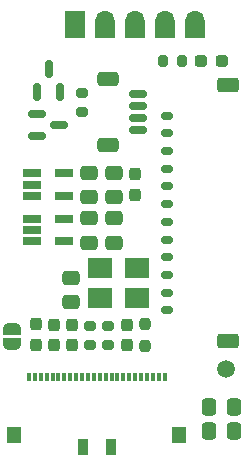
<source format=gbr>
%TF.GenerationSoftware,KiCad,Pcbnew,8.0.2-1*%
%TF.CreationDate,2024-09-19T23:42:55+01:00*%
%TF.ProjectId,camera_v2a,63616d65-7261-45f7-9632-612e6b696361,rev?*%
%TF.SameCoordinates,Original*%
%TF.FileFunction,Soldermask,Top*%
%TF.FilePolarity,Negative*%
%FSLAX46Y46*%
G04 Gerber Fmt 4.6, Leading zero omitted, Abs format (unit mm)*
G04 Created by KiCad (PCBNEW 8.0.2-1) date 2024-09-19 23:42:55*
%MOMM*%
%LPD*%
G01*
G04 APERTURE LIST*
G04 Aperture macros list*
%AMRoundRect*
0 Rectangle with rounded corners*
0 $1 Rounding radius*
0 $2 $3 $4 $5 $6 $7 $8 $9 X,Y pos of 4 corners*
0 Add a 4 corners polygon primitive as box body*
4,1,4,$2,$3,$4,$5,$6,$7,$8,$9,$2,$3,0*
0 Add four circle primitives for the rounded corners*
1,1,$1+$1,$2,$3*
1,1,$1+$1,$4,$5*
1,1,$1+$1,$6,$7*
1,1,$1+$1,$8,$9*
0 Add four rect primitives between the rounded corners*
20,1,$1+$1,$2,$3,$4,$5,0*
20,1,$1+$1,$4,$5,$6,$7,0*
20,1,$1+$1,$6,$7,$8,$9,0*
20,1,$1+$1,$8,$9,$2,$3,0*%
%AMFreePoly0*
4,1,19,0.500000,-0.750000,0.000000,-0.750000,0.000000,-0.744911,-0.071157,-0.744911,-0.207708,-0.704816,-0.327430,-0.627875,-0.420627,-0.520320,-0.479746,-0.390866,-0.500000,-0.250000,-0.500000,0.250000,-0.479746,0.390866,-0.420627,0.520320,-0.327430,0.627875,-0.207708,0.704816,-0.071157,0.744911,0.000000,0.744911,0.000000,0.750000,0.500000,0.750000,0.500000,-0.750000,0.500000,-0.750000,
$1*%
%AMFreePoly1*
4,1,19,0.000000,0.744911,0.071157,0.744911,0.207708,0.704816,0.327430,0.627875,0.420627,0.520320,0.479746,0.390866,0.500000,0.250000,0.500000,-0.250000,0.479746,-0.390866,0.420627,-0.520320,0.327430,-0.627875,0.207708,-0.704816,0.071157,-0.744911,0.000000,-0.744911,0.000000,-0.750000,-0.500000,-0.750000,-0.500000,0.750000,0.000000,0.750000,0.000000,0.744911,0.000000,0.744911,
$1*%
G04 Aperture macros list end*
%ADD10RoundRect,0.250000X-0.475000X0.337500X-0.475000X-0.337500X0.475000X-0.337500X0.475000X0.337500X0*%
%ADD11R,2.100000X1.800000*%
%ADD12FreePoly0,90.000000*%
%ADD13FreePoly1,90.000000*%
%ADD14RoundRect,0.237500X-0.237500X0.300000X-0.237500X-0.300000X0.237500X-0.300000X0.237500X0.300000X0*%
%ADD15RoundRect,0.250000X0.475000X-0.337500X0.475000X0.337500X-0.475000X0.337500X-0.475000X-0.337500X0*%
%ADD16RoundRect,0.237500X0.237500X-0.300000X0.237500X0.300000X-0.237500X0.300000X-0.237500X-0.300000X0*%
%ADD17RoundRect,0.250000X-0.337500X-0.475000X0.337500X-0.475000X0.337500X0.475000X-0.337500X0.475000X0*%
%ADD18RoundRect,0.150000X0.350000X-0.150000X0.350000X0.150000X-0.350000X0.150000X-0.350000X-0.150000X0*%
%ADD19RoundRect,0.250000X0.650000X-0.375000X0.650000X0.375000X-0.650000X0.375000X-0.650000X-0.375000X0*%
%ADD20RoundRect,0.200000X0.275000X-0.200000X0.275000X0.200000X-0.275000X0.200000X-0.275000X-0.200000X0*%
%ADD21R,1.560000X0.650000*%
%ADD22RoundRect,0.237500X-0.237500X0.250000X-0.237500X-0.250000X0.237500X-0.250000X0.237500X0.250000X0*%
%ADD23C,1.500000*%
%ADD24RoundRect,0.200000X-0.275000X0.200000X-0.275000X-0.200000X0.275000X-0.200000X0.275000X0.200000X0*%
%ADD25R,1.700000X1.700000*%
%ADD26O,1.700000X1.700000*%
%ADD27RoundRect,0.237500X0.287500X0.237500X-0.287500X0.237500X-0.287500X-0.237500X0.287500X-0.237500X0*%
%ADD28R,0.300000X0.800000*%
%ADD29R,1.220000X1.400000*%
%ADD30R,0.850000X1.400000*%
%ADD31RoundRect,0.150000X0.150000X-0.587500X0.150000X0.587500X-0.150000X0.587500X-0.150000X-0.587500X0*%
%ADD32RoundRect,0.150000X-0.587500X-0.150000X0.587500X-0.150000X0.587500X0.150000X-0.587500X0.150000X0*%
%ADD33RoundRect,0.150000X0.625000X-0.150000X0.625000X0.150000X-0.625000X0.150000X-0.625000X-0.150000X0*%
%ADD34RoundRect,0.250000X0.650000X-0.350000X0.650000X0.350000X-0.650000X0.350000X-0.650000X-0.350000X0*%
%ADD35RoundRect,0.200000X-0.200000X-0.275000X0.200000X-0.275000X0.200000X0.275000X-0.200000X0.275000X0*%
G04 APERTURE END LIST*
D10*
%TO.C,C2*%
X154950000Y-118522500D03*
X154950000Y-120597500D03*
%TD*%
D11*
%TO.C,OSC1*%
X158960000Y-126600000D03*
X155860000Y-126600000D03*
X155860000Y-129100000D03*
X158960000Y-129100000D03*
%TD*%
D12*
%TO.C,JP1*%
X148375000Y-133000000D03*
D13*
X148375000Y-131700000D03*
%TD*%
D14*
%TO.C,C1*%
X158790000Y-118660000D03*
X158790000Y-120385000D03*
%TD*%
D15*
%TO.C,C6*%
X153400000Y-129487500D03*
X153400000Y-127412500D03*
%TD*%
D16*
%TO.C,C12*%
X150410000Y-133070000D03*
X150410000Y-131345000D03*
%TD*%
D17*
%TO.C,C4*%
X165095000Y-140390000D03*
X167170000Y-140390000D03*
%TD*%
D18*
%TO.C,J7*%
X161510000Y-130165000D03*
X161510000Y-128665000D03*
X161510000Y-127165000D03*
X161510000Y-125665000D03*
X161510000Y-124165000D03*
X161510000Y-122665000D03*
X161510000Y-121165000D03*
X161510000Y-119665000D03*
X161510000Y-118165000D03*
X161510000Y-116665000D03*
X161510000Y-115165000D03*
X161510000Y-113665000D03*
D19*
X166700000Y-132770000D03*
X166700000Y-111060000D03*
%TD*%
D20*
%TO.C,R7*%
X155000000Y-133100000D03*
X155000000Y-131450000D03*
%TD*%
D21*
%TO.C,U3*%
X150100000Y-122427500D03*
X150100000Y-123377500D03*
X150100000Y-124327500D03*
X152800000Y-124327500D03*
X152800000Y-122427500D03*
%TD*%
D16*
%TO.C,C9*%
X151950000Y-133125000D03*
X151950000Y-131400000D03*
%TD*%
D21*
%TO.C,U2*%
X150070000Y-118562500D03*
X150070000Y-119512500D03*
X150070000Y-120462500D03*
X152770000Y-120462500D03*
X152770000Y-118562500D03*
%TD*%
D22*
%TO.C,FB1*%
X159650000Y-131355000D03*
X159650000Y-133180000D03*
%TD*%
D16*
%TO.C,C11*%
X158110000Y-133130000D03*
X158110000Y-131405000D03*
%TD*%
D10*
%TO.C,C3*%
X157000000Y-118515000D03*
X157000000Y-120590000D03*
%TD*%
%TO.C,C7*%
X157000000Y-122370000D03*
X157000000Y-124445000D03*
%TD*%
D23*
%TO.C,J1*%
X166480000Y-135160000D03*
%TD*%
D24*
%TO.C,R1*%
X154300000Y-111755000D03*
X154300000Y-113405000D03*
%TD*%
D25*
%TO.C,J2*%
X153690000Y-105660000D03*
D26*
X156230000Y-105660000D03*
X158770000Y-105660000D03*
X161310000Y-105660000D03*
X163850000Y-105660000D03*
%TD*%
D16*
%TO.C,C10*%
X153475000Y-133125000D03*
X153475000Y-131400000D03*
%TD*%
D27*
%TO.C,D1*%
X166150000Y-109060000D03*
X164400000Y-109060000D03*
%TD*%
D28*
%TO.C,X1*%
X149825000Y-135840000D03*
X150325000Y-135840000D03*
X150825000Y-135840000D03*
X151325000Y-135840000D03*
X151825000Y-135840000D03*
X152325000Y-135840000D03*
X152825000Y-135840000D03*
X153325000Y-135840000D03*
X153825000Y-135840000D03*
X154325000Y-135840000D03*
X154825000Y-135840000D03*
X155325000Y-135840000D03*
X155825000Y-135840000D03*
X156325000Y-135840000D03*
X156825000Y-135840000D03*
X157325000Y-135840000D03*
X157825000Y-135840000D03*
X158325000Y-135840000D03*
X158825000Y-135840000D03*
X159325000Y-135840000D03*
X159825000Y-135840000D03*
X160325000Y-135840000D03*
X160825000Y-135840000D03*
X161325000Y-135840000D03*
D29*
X148585000Y-140690000D03*
D30*
X154400000Y-141700000D03*
X156750000Y-141700000D03*
D29*
X162565000Y-140690000D03*
%TD*%
D10*
%TO.C,C8*%
X154950000Y-122380000D03*
X154950000Y-124455000D03*
%TD*%
D31*
%TO.C,Q1*%
X150550000Y-111637500D03*
X152450000Y-111637500D03*
X151500000Y-109762499D03*
%TD*%
D32*
%TO.C,Q2*%
X150530000Y-113500000D03*
X150530000Y-115400000D03*
X152405000Y-114450000D03*
%TD*%
D33*
%TO.C,J8*%
X159050000Y-114857500D03*
X159050000Y-113857500D03*
X159050000Y-112857500D03*
X159050000Y-111857500D03*
D34*
X156525000Y-116157500D03*
X156525000Y-110557500D03*
%TD*%
D35*
%TO.C,R5*%
X161170000Y-109050000D03*
X162820000Y-109050000D03*
%TD*%
D24*
%TO.C,R6*%
X156550000Y-131475000D03*
X156550000Y-133125000D03*
%TD*%
D17*
%TO.C,C5*%
X165095000Y-138340000D03*
X167170000Y-138340000D03*
%TD*%
G36*
X157023039Y-105669685D02*
G01*
X157068794Y-105722489D01*
X157080000Y-105774000D01*
X157080000Y-107006000D01*
X157060315Y-107073039D01*
X157007511Y-107118794D01*
X156956000Y-107130000D01*
X155504000Y-107130000D01*
X155436961Y-107110315D01*
X155391206Y-107057511D01*
X155380000Y-107006000D01*
X155380000Y-105774000D01*
X155399685Y-105706961D01*
X155452489Y-105661206D01*
X155504000Y-105650000D01*
X156956000Y-105650000D01*
X157023039Y-105669685D01*
G37*
G36*
X154483039Y-105669685D02*
G01*
X154528794Y-105722489D01*
X154540000Y-105774000D01*
X154540000Y-107006000D01*
X154520315Y-107073039D01*
X154467511Y-107118794D01*
X154416000Y-107130000D01*
X152964000Y-107130000D01*
X152896961Y-107110315D01*
X152851206Y-107057511D01*
X152840000Y-107006000D01*
X152840000Y-105774000D01*
X152859685Y-105706961D01*
X152912489Y-105661206D01*
X152964000Y-105650000D01*
X154416000Y-105650000D01*
X154483039Y-105669685D01*
G37*
G36*
X162103039Y-105669685D02*
G01*
X162148794Y-105722489D01*
X162160000Y-105774000D01*
X162160000Y-107006000D01*
X162140315Y-107073039D01*
X162087511Y-107118794D01*
X162036000Y-107130000D01*
X160584000Y-107130000D01*
X160516961Y-107110315D01*
X160471206Y-107057511D01*
X160460000Y-107006000D01*
X160460000Y-105774000D01*
X160479685Y-105706961D01*
X160532489Y-105661206D01*
X160584000Y-105650000D01*
X162036000Y-105650000D01*
X162103039Y-105669685D01*
G37*
G36*
X159563039Y-105669685D02*
G01*
X159608794Y-105722489D01*
X159620000Y-105774000D01*
X159620000Y-107006000D01*
X159600315Y-107073039D01*
X159547511Y-107118794D01*
X159496000Y-107130000D01*
X158044000Y-107130000D01*
X157976961Y-107110315D01*
X157931206Y-107057511D01*
X157920000Y-107006000D01*
X157920000Y-105774000D01*
X157939685Y-105706961D01*
X157992489Y-105661206D01*
X158044000Y-105650000D01*
X159496000Y-105650000D01*
X159563039Y-105669685D01*
G37*
G36*
X164643039Y-105669685D02*
G01*
X164688794Y-105722489D01*
X164700000Y-105774000D01*
X164700000Y-107006000D01*
X164680315Y-107073039D01*
X164627511Y-107118794D01*
X164576000Y-107130000D01*
X163124000Y-107130000D01*
X163056961Y-107110315D01*
X163011206Y-107057511D01*
X163000000Y-107006000D01*
X163000000Y-105774000D01*
X163019685Y-105706961D01*
X163072489Y-105661206D01*
X163124000Y-105650000D01*
X164576000Y-105650000D01*
X164643039Y-105669685D01*
G37*
M02*

</source>
